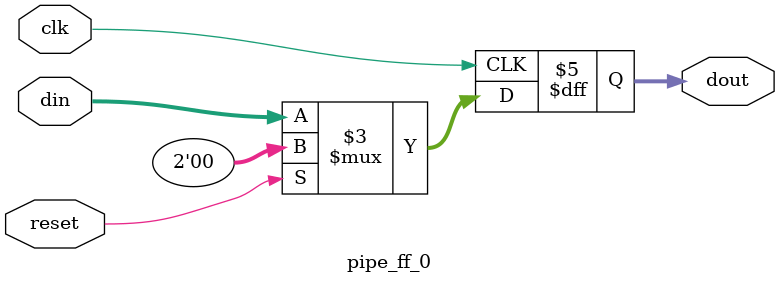
<source format=v>
module pipe_ff_0 (
	input clk, 
	input reset, 
	input [data_width-1:0] din,
	output reg [data_width-1:0] dout 
	);

	parameter data_width= 2;


	always @(posedge clk) begin
		if (reset)
			dout <= 0;
		else
			dout <=din;
	end
	
endmodule

</source>
